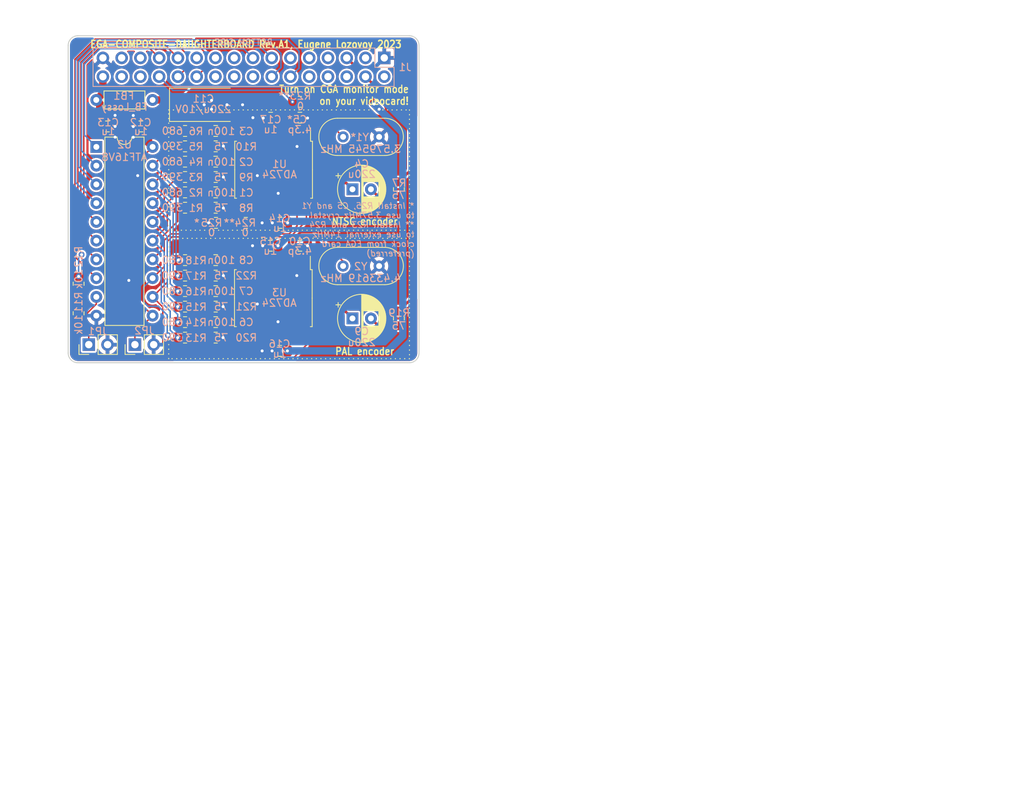
<source format=kicad_pcb>
(kicad_pcb (version 20221018) (generator pcbnew)
  (title_block (title "EGA-COMPOSITE-DAUGHTERBOARD") (date "2023-10-01") (rev "A1") (company "Eugene Lozovoy"))
  (layers (0 "F.Cu" signal) (31 "B.Cu" signal) (34 "B.Paste" user) (35 "F.Paste" user) (36 "B.SilkS" user "B.Silkscreen") (37 "F.SilkS" user "F.Silkscreen") (38 "B.Mask" user) (39 "F.Mask" user) (44 "Edge.Cuts" user))
  (net 0 "")
  (net 1 "GND")
  (net 2 "Net-(U3-RIN)")
  (net 3 "Net-(U3-GIN)")
  (net 4 "Net-(U3-BIN)")
  (net 5 "Net-(U3-COMP)")
  (net 6 "Net-(U3-FIN)")
  (net 8 "/HIN")
  (net 9 "/VIN")
  (net 10 "/R1")
  (net 11 "/R0")
  (net 12 "/G1")
  (net 13 "/G0")
  (net 14 "/PAL")
  (net 15 "/B1")
  (net 16 "/B0")
  (net 17 "/NTSC")
  (net 18 "/VSYNC")
  (net 19 "/HSYNC")
  (net 26 "+5VA")
  (net 29 "/G0_IN")
  (net 30 "/B0_IN")
  (net 31 "/R0_IN")
  (net 41 "/B1_IN")
  (net 42 "/G1_IN")
  (net 43 "/R1_IN")
  (net 45 "Net-(U1-RIN)")
  (net 46 "Net-(C1-Pad2)")
  (net 47 "Net-(U1-GIN)")
  (net 48 "Net-(C2-Pad2)")
  (net 49 "Net-(U1-BIN)")
  (net 50 "Net-(C3-Pad2)")
  (net 51 "Net-(U1-COMP)")
  (net 52 "Net-(C4-Pad2)")
  (net 53 "/14M")
  (net 54 "Net-(C6-Pad2)")
  (net 55 "Net-(C7-Pad2)")
  (net 56 "Net-(C8-Pad2)")
  (net 57 "Net-(C9-Pad2)")
  (net 61 "+5V")
  (net 62 "Net-(JP1-A)")
  (net 63 "Net-(JP2-A)")
  (net 64 "Net-(U1-SELECT)")
  (net 65 "Net-(U1-FIN)")
  (footprint "Resistor_SMD:R_0805_2012Metric_Pad1.20x1.40mm_HandSolder" (layer "F.Cu") (at 144.6625 118.3)
    (fp_text reference "R20")
    (fp_text value "75")
  )
  (footprint "Capacitor_SMD:C_0805_2012Metric_Pad1.18x1.45mm_HandSolder" (layer "F.Cu") (at 144.6625 90.3 180)
    (fp_text reference "C3")
    (fp_text value "100n")
  )
  (footprint "Capacitor_SMD:C_0805_2012Metric_Pad1.18x1.45mm_HandSolder" (layer "F.Cu") (at 156.0625 88.5)
    (fp_text reference "C5")
    (fp_text value "4.3p")
  )
  (footprint "Resistor_SMD:R_0805_2012Metric_Pad1.20x1.40mm_HandSolder" (layer "F.Cu") (at 140.5125 96.54)
    (fp_text reference "R3")
    (fp_text value "390")
  )
  (footprint "Package_SO:SOIC-16W_7.5x10.3mm_P1.27mm" (layer "F.Cu") (at 152.4675 112.95 -90)
    (fp_text reference "U3")
    (fp_text value "AD724")
  )
  (footprint "Capacitor_SMD:C_0805_2012Metric_Pad1.18x1.45mm_HandSolder" (layer "F.Cu") (at 144.6625 98.62 180)
    (fp_text reference "C1")
    (fp_text value "100n")
  )
  (footprint "Resistor_SMD:R_0805_2012Metric_Pad1.20x1.40mm_HandSolder" (layer "F.Cu") (at 126.1 111 -90)
    (fp_text reference "R12")
    (fp_text value "10k")
  )
  (footprint "Resistor_SMD:R_0805_2012Metric_Pad1.20x1.40mm_HandSolder" (layer "F.Cu") (at 140.5125 107.8)
    (fp_text reference "R18")
    (fp_text value "680")
  )
  (footprint "Resistor_SMD:R_0805_2012Metric_Pad1.20x1.40mm_HandSolder" (layer "F.Cu") (at 144.6625 96.54)
    (fp_text reference "R9")
    (fp_text value "75")
  )
  (footprint "Resistor_SMD:R_0805_2012Metric_Pad1.20x1.40mm_HandSolder" (layer "F.Cu") (at 126.1 115 -90)
    (fp_text reference "R11")
    (fp_text value "10k")
  )
  (footprint "Resistor_SMD:R_0805_2012Metric_Pad1.20x1.40mm_HandSolder" (layer "F.Cu") (at 140.5125 114.1)
    (fp_text reference "R15")
    (fp_text value "390")
  )
  (footprint "Resistor_SMD:R_0805_2012Metric_Pad1.20x1.40mm_HandSolder" (layer "F.Cu") (at 148.7375 102.75)
    (fp_text reference "R24")
    (fp_text value "0")
  )
  (footprint "Resistor_SMD:R_0805_2012Metric_Pad1.20x1.40mm_HandSolder" (layer "F.Cu") (at 140.5125 116.2)
    (fp_text reference "R14")
    (fp_text value "680")
  )
  (footprint "Capacitor_SMD:C_0805_2012Metric_Pad1.18x1.45mm_HandSolder" (layer "F.Cu") (at 144.6625 94.46 180)
    (fp_text reference "C2")
    (fp_text value "100n")
  )
  (footprint "Capacitor_SMD:C_0805_2012Metric_Pad1.18x1.45mm_HandSolder" (layer "F.Cu") (at 130 89.685 180)
    (fp_text reference "C13")
    (fp_text value "1u")
  )
  (footprint "Capacitor_THT:CP_Radial_D6.3mm_P2.50mm" (layer "F.Cu") (at 163.180121 98.2)
    (fp_text reference "C4")
    (fp_text value "220u")
  )
  (footprint "Capacitor_SMD:C_0805_2012Metric_Pad1.18x1.45mm_HandSolder" (layer "F.Cu") (at 144.6625 112 180)
    (fp_text reference "C7")
    (fp_text value "100n")
  )
  (footprint "Capacitor_SMD:C_0805_2012Metric_Pad1.18x1.45mm_HandSolder" (layer "F.Cu") (at 156.0625 105.85)
    (fp_text reference "C10")
    (fp_text value "4.3p")
  )
  (footprint "Resistor_SMD:R_0805_2012Metric_Pad1.20x1.40mm_HandSolder" (layer "F.Cu") (at 140.5125 100.7)
    (fp_text reference "R1")
    (fp_text value "390")
  )
  (footprint "Capacitor_SMD:C_0805_2012Metric_Pad1.18x1.45mm_HandSolder" (layer "F.Cu") (at 144.6625 116.2 180)
    (fp_text reference "C6")
    (fp_text value "100n")
  )
  (footprint "Resistor_SMD:R_0805_2012Metric_Pad1.20x1.40mm_HandSolder" (layer "F.Cu") (at 144.6625 109.9)
    (fp_text reference "R22")
    (fp_text value "75")
  )
  (footprint "Capacitor_SMD:C_0805_2012Metric_Pad1.18x1.45mm_HandSolder" (layer "F.Cu") (at 152.065 105.85)
    (fp_text reference "C15")
    (fp_text value "1u")
  )
  (footprint "Resistor_SMD:R_0805_2012Metric_Pad1.20x1.40mm_HandSolder" (layer "F.Cu") (at 169.4675 115.7 -90)
    (fp_text reference "R19")
    (fp_text value "75")
  )
  (footprint "Capacitor_THT:CP_Radial_D6.3mm_P2.50mm" (layer "F.Cu") (at 163.180121 115.7)
    (fp_text reference "C9")
    (fp_text value "220u")
  )
  (footprint "Resistor_SMD:R_0805_2012Metric_Pad1.20x1.40mm_HandSolder" (layer "F.Cu") (at 140.5125 118.3)
    (fp_text reference "R13")
    (fp_text value "390")
  )
  (footprint "Resistor_SMD:R_0805_2012Metric_Pad1.20x1.40mm_HandSolder" (layer "F.Cu") (at 140.5125 90.3)
    (fp_text reference "R6")
    (fp_text value "680")
  )
  (footprint "Capacitor_SMD:C_0805_2012Metric_Pad1.18x1.45mm_HandSolder" (layer "F.Cu") (at 153.3675 102.75)
    (fp_text reference "C14")
    (fp_text value "1u")
  )
  (footprint "Resistor_SMD:R_0805_2012Metric_Pad1.20x1.40mm_HandSolder" (layer "F.Cu") (at 140.5125 112)
    (fp_text reference "R16")
    (fp_text value "680")
  )
  (footprint "Package_DIP:DIP-20_W7.62mm" (layer "F.Cu") (at 128.5 92.46)
    (fp_text reference "U2")
    (fp_text value "ATF16V8")
  )
  (footprint "Inductor_THT:L_Axial_L5.3mm_D2.2mm_P7.62mm_Horizontal_Vishay_IM-1" (layer "F.Cu") (at 128.49 86.1)
    (fp_text reference "FB1")
    (fp_text value "FB_Lossy")
  )
  (footprint "Resistor_SMD:R_0805_2012Metric_Pad1.20x1.40mm_HandSolder" (layer "F.Cu") (at 140.5125 94.46)
    (fp_text reference "R4")
    (fp_text value "680")
  )
  (footprint "Resistor_SMD:R_0805_2012Metric_Pad1.20x1.40mm_HandSolder" (layer "F.Cu") (at 169.4675 98.2 -90)
    (fp_text reference "R7")
    (fp_text value "75")
  )
  (footprint "Resistor_SMD:R_0805_2012Metric_Pad1.20x1.40mm_HandSolder" (layer "F.Cu") (at 144.7 102.75)
    (fp_text reference "R25")
    (fp_text value "0")
  )
  (footprint "Connector_PinHeader_2.54mm:PinHeader_1x02_P2.54mm_Vertical" (layer "F.Cu") (at 133.725 119.25 90)
    (fp_text reference "JP2")
    (fp_text value "Jumper_2_Open")
  )
  (footprint "Capacitor_SMD:C_0805_2012Metric_Pad1.18x1.45mm_HandSolder" (layer "F.Cu") (at 134.5325 89.685)
    (fp_text reference "C12")
    (fp_text value "1u")
  )
  (footprint "Resistor_SMD:R_0805_2012Metric_Pad1.20x1.40mm_HandSolder" (layer "F.Cu") (at 144.6625 114.1)
    (fp_text reference "R21")
    (fp_text value "75")
  )
  (footprint "Resistor_SMD:R_0805_2012Metric_Pad1.20x1.40mm_HandSolder" (layer "F.Cu") (at 144.6625 100.7)
    (fp_text reference "R8")
    (fp_text value "75")
  )
  (footprint "Resistor_SMD:R_0805_2012Metric_Pad1.20x1.40mm_HandSolder" (layer "F.Cu") (at 140.5125 98.62)
    (fp_text reference "R2")
    (fp_text value "680")
  )
  (footprint "Connector_PinHeader_2.54mm:PinHeader_1x02_P2.54mm_Vertical" (layer "F.Cu") (at 127.475 119.25 90)
    (fp_text reference "JP1")
    (fp_text value "Jumper_2_Open")
  )
  (footprint "Crystal:Crystal_HC49-4H_Vertical" (layer "F.Cu") (at 161.9125 91.1)
    (fp_text reference "Y1")
    (fp_text value "3.579545 MHz")
  )
  (footprint "Capacitor_SMD:C_0805_2012Metric_Pad1.18x1.45mm_HandSolder" (layer "F.Cu") (at 153.335 120.1)
    (fp_text reference "C16")
    (fp_text value "1u")
  )
  (footprint "Resistor_SMD:R_0805_2012Metric_Pad1.20x1.40mm_HandSolder" (layer "F.Cu") (at 140.5125 109.9)
    (fp_text reference "R17")
    (fp_text value "390")
  )
  (footprint "Resistor_SMD:R_0805_2012Metric_Pad1.20x1.40mm_HandSolder" (layer "F.Cu") (at 140.5125 92.38)
    (fp_text reference "R5")
    (fp_text value "390")
  )
  (footprint "Capacitor_Tantalum_SMD:CP_EIA-7343-31_Kemet-D_Pad2.25x2.55mm_HandSolder" (layer "F.Cu") (at 142.99 86.75)
    (fp_text reference "C11")
    (fp_text value "220u/10V")
  )
  (footprint "Crystal:Crystal_HC49-4H_Vertical" (layer "F.Cu") (at 161.9125 108.6)
    (fp_text reference "Y2")
    (fp_text value "4.433619 MHz")
  )
  (footprint "Resistor_SMD:R_0805_2012Metric_Pad1.20x1.40mm_HandSolder" (layer "F.Cu") (at 144.6625 92.38)
    (fp_text reference "R10")
    (fp_text value "75")
  )
  (footprint "Resistor_SMD:R_0805_2012Metric_Pad1.20x1.40mm_HandSolder" (layer "F.Cu") (at 156.0625 86.35 180)
    (fp_text reference "R23")
    (fp_text value "0")
  )
  (footprint "Capacitor_SMD:C_0805_2012Metric_Pad1.18x1.45mm_HandSolder" (layer "F.Cu") (at 144.6625 107.8 180)
    (fp_text reference "C8")
    (fp_text value "100n")
  )
  (footprint "Capacitor_SMD:C_0805_2012Metric_Pad1.18x1.45mm_HandSolder" (layer "F.Cu") (at 152.0975 88.5)
    (fp_text reference "C17")
    (fp_text value "1u")
  )
  (footprint "Package_SO:SOIC-16W_7.5x10.3mm_P1.27mm" (layer "F.Cu") (at 152.5 95.55 -90)
    (fp_text reference "U1")
    (fp_text value "AD724")
  )
  (footprint "Connector_PinHeader_2.54mm:PinHeader_2x16_P2.54mm_Vertical" (layer "B.Cu") (at 167.4875 80.4 90)
    (fp_text reference "J1")
    (fp_text value "EGA Feature Connector")
  )
  (gr_rect (start 138.3 87.45) (end 170.9 103.75) (stroke (width 0.15) (type dot)) (fill none) (layer "F.SilkS"))
  (gr_rect (start 138.3 104.85) (end 170.9 121.15) (stroke (width 0.15) (type dot)) (fill none) (layer "F.SilkS"))
  (gr_arc (start 172.19 120.387561) (mid 171.810043 121.311191) (end 170.89012 121.7) (stroke (width 0.15)) (layer "Edge.Cuts"))
  (gr_line (start 170.877561 77.4) (end 125.989881 77.4) (stroke (width 0.15)) (layer "Edge.Cuts"))
  (gr_line (start 126.002439 121.7) (end 170.89012 121.7) (stroke (width 0.15)) (layer "Edge.Cuts"))
  (gr_line (start 124.690001 78.712439) (end 124.69 120.4) (stroke (width 0.15)) (layer "Edge.Cuts"))
  (gr_arc (start 126.002439 121.7) (mid 125.078809 121.320043) (end 124.690001 120.400121) (stroke (width 0.15)) (layer "Edge.Cuts"))
  (gr_line (start 172.19 120.387561) (end 172.19 78.69988) (stroke (width 0.15)) (layer "Edge.Cuts"))
  (gr_arc (start 170.877561 77.4) (mid 171.801191 77.779957) (end 172.19 78.69988) (stroke (width 0.15)) (layer "Edge.Cuts"))
  (gr_arc (start 124.690001 78.712439) (mid 125.069958 77.788809) (end 125.989881 77.4) (stroke (width 0.15)) (layer "Edge.Cuts"))
  (gr_text "* Install R25, C5 and Y1\nto use 3.57MHz crystal\n** Install R23 and R24 \nto use external 14MHz\nclock from EGA card\n(preferred)" (at 171.7 107.35) (layer "B.SilkS") (effects (font (size 0.8 0.8) (thickness 0.12) italic) (justify left bottom mirror)))
  (gr_text "BOTTOM SIDE" (at 152.446579 78.75) (layer "B.SilkS") (effects (font (size 0.8 0.8) (thickness 0.12)) (justify left bottom mirror)))
  (gr_text "PAL encoder" (at 160.765476 120.75) (layer "F.SilkS") (effects (font (size 1 0.85) (thickness 0.17) bold) (justify left bottom)))
  (gr_text "Turn on CGA monitor mode\non your videocard!" (at 170.9 84.05) (layer "F.SilkS") (effects (font (size 1 0.85) (thickness 0.17) bold) (justify right top)))
  (gr_text "${TITLE} Rev.${REVISION}, ${COMPANY} 2023" (at 127.575864 79.15) (layer "F.SilkS") (effects (font (size 1 0.85) (thickness 0.2) bold) (justify left bottom)))
  (gr_text "NTSC encoder" (at 160.3 103.15) (layer "F.SilkS") (effects (font (size 1 0.85) (thickness 0.17) bold) (justify left bottom)))
  (segment (start 153.135 98.76) (end 153.125 98.75) (width 0.5) (layer "F.Cu") (net 1))
  (segment (start 145.67 92.38) (end 145.7 92.35) (width 0.35) (layer "F.Cu") (net 1))
  (segment (start 145.69 96.54) (end 145.7 96.55) (width 0.35) (layer "F.Cu") (net 1))
  (segment (start 145.6625 118.3) (end 145.65 118.3) (width 0.35) (layer "F.Cu") (net 1))
  (segment (start 153.135 101.945) (end 152.33 102.75) (width 0.5) (layer "F.Cu") (net 1))
  (segment (start 153.1025 119.295) (end 152.2975 120.1) (width 0.5) (layer "F.Cu") (net 1))
  (segment (start 157.1 88.5) (end 157.1 88.55) (width 0.5) (layer "F.Cu") (net 1))
  (segment (start 156.9125 108.3) (end 155.6425 108.3) (width 0.2) (layer "F.Cu") (net 1))
  (segment (start 129.3875 80.4) (end 130.6375 81.65) (width 0.5) (layer "F.Cu") (net 1))
  (segment (start 151.8325 117.6) (end 153.1025 117.6) (width 0.2) (layer "F.Cu") (net 1))
  (segment (start 157.1 88.5) (end 155.675 89.925) (width 0.5) (layer "F.Cu") (net 1))
  (segment (start 151.06 88.51) (end 151.1 88.55) (width 0.5) (layer "F.Cu") (net 1))
  (segment (start 155.6425 107.3075) (end 157.1 105.85) (width 0.5) (layer "F.Cu") (net 1))
  (segment (start 153.1025 117.6) (end 153.1025 116.1525) (width 0.5) (layer "F.Cu") (net 1))
  (segment (start 151.06 88.5) (end 151.06 88.51) (width 0.5) (layer "F.Cu") (net 1))
  (segment (start 145.6625 96.54) (end 145.69 96.54) (width 0.35) (layer "F.Cu") (net 1))
  (segment (start 151.0275 105.85) (end 151.025 105.85) (width 0.5) (layer "F.Cu") (net 1))
  (segment (start 145.6625 100.7125) (end 145.7 100.75) (width 0.35) (layer "F.Cu") (net 1))
  (segment (start 155.6425 109.8925) (end 155.6425 108.3) (width 0.5) (layer "F.Cu") (net 1))
  (segment (start 145.6625 109.9) (end 145.7 109.9) (width 0.35) (layer "F.Cu") (net 1))
  (segment (start 153.1025 116.1525) (end 153.1 116.15) (width 0.5) (layer "F.Cu") (net 1))
  (segment (start 155.675 92.4) (end 155.675 90.9) (width 0.5) (layer "F.Cu") (net 1))
  (segment (start 153.1025 117.6) (end 153.1025 119.295) (width 0.5) (layer "F.Cu") (net 1))
  (segment (start 155.6425 108.3) (end 155.6425 107.3075) (width 0.5) (layer "F.Cu") (net 1))
  (segment (start 153.135 100.2) (end 153.135 101.945) (width 0.5) (layer "F.Cu") (net 1))
  (segment (start 145.6625 100.7) (end 145.6625 100.7125) (width 0.35) (layer "F.Cu") (net 1))
  (segment (start 145.6625 92.38) (end 145.67 92.38) (width 0.35) (layer "F.Cu") (net 1))
  (segment (start 129.3875 80.4) (end 128.1375 81.65) (width 0.5) (layer "F.Cu") (net 1))
  (segment (start 153.135 100.2) (end 153.135 98.76) (width 0.5) (layer "F.Cu") (net 1))
  (segment (start 155.675 89.925) (end 155.675 90.9) (width 0.5) (layer "F.Cu") (net 1))
  (via (at 145.7 92.35) (size 0.8) (drill 0.4) (layers "F.Cu" "B.Cu") (net 1))
  (via (at 145.6625 114.1) (size 0.8) (drill 0.4) (layers "F.Cu" "B.Cu") (net 1))
  (via (at 144.1 86.15) (size 0.8) (drill 0.4) (layers "F.Cu" "B.Cu") (net 1))
  (via (at 150.3 113.75) (size 0.8) (drill 0.4) (layers "F.Cu" "B.Cu") (net 1))
  (via (at 134.1 96.35) (size 0.8) (drill 0.4) (layers "F.Cu" "B.Cu") (net 1))
  (via (at 133.5 91.15) (size 0.8) (drill 0.4) (layers "F.Cu" "B.Cu") (net 1))
  (via (at 145.7 96.55) (size 0.8) (drill 0.4) (layers "F.Cu" "B.Cu") (net 1))
  (via (at 131.0375 91.135) (size 0.8) (drill 0.4) (layers "F.Cu" "B.Cu") (net 1))
  (via (at 133.5 89.7) (size 0.8) (drill 0.4) (layers "F.Cu" "B.Cu") (net 1))
  (via (at 149.65 105.85) (size 0.8) (drill 0.4) (layers "F.Cu" "B.Cu") (net 1))
  (via (at 131.0375 89.685) (size 0.8) (drill 0.4) (layers "F.Cu" "B.Cu") (net 1))
  (via (at 145.7 109.9) (size 0.8) (drill 0.4) (layers "F.Cu" "B.Cu") (net 1))
  (via (at 133.5 88.2) (size 0.8) (drill 0.4) (layers "F.Cu" "B.Cu") (net 1))
  (via (at 131.0375 88.185) (size 0.8) (drill 0.4) (layers "F.Cu" "B.Cu") (net 1))
  (via (at 143.7 102.75) (size 0.8) (drill 0.4) (layers "F.Cu" "B.Cu") (net 1))
  (via (at 151.1 88.55) (size 0.8) (drill 0.4) (layers "F.Cu" "B.Cu") (net 1))
  (via (at 149.7 88.5) (size 0.8) (drill 0.4) (layers "F.Cu" "B.Cu") (net 1))
  (via (at 145.65 118.3) (size 0.8) (drill 0.4) (layers "F.Cu" "B.Cu") (net 1))
  (via (at 148.3 86.75) (size 0.8) (drill 0.4) (layers "F.Cu" "B.Cu") (net 1))
  (via (at 157.1 88.55) (size 0.8) (drill 0.4) (layers "F.Cu" "B.Cu") (net 1))
  (via (at 153.1 116.15) (size 0.8) (drill 0.4) (layers "F.Cu" "B.Cu") (net 1))
  (via (at 155.675 92.4) (size 0.8) (drill 0.4) (layers "F.Cu" "B.Cu") (net 1))
  (via (at 150.95 102.75) (size 0.8) (drill 0.4) (layers "F.Cu" "B.Cu") (net 1))
  (via (at 155.6425 109.8925) (size 0.8) (drill 0.4) (layers "F.Cu" "B.Cu") (net 1))
  (via (at 145.7 100.75) (size 0.8) (drill 0.4) (layers "F.Cu" "B.Cu") (net 1))
  (via (at 150.3 96.35) (size 0.8) (drill 0.4) (layers "F.Cu" "B.Cu") (net 1))
  (via (at 146.19 86.75) (size 0.8) (drill 0.4) (layers "F.Cu" "B.Cu") (net 1))
  (via (at 144.1 87.35) (size 0.8) (drill 0.4) (layers "F.Cu" "B.Cu") (net 1))
  (via (at 157.1 105.85) (size 0.8) (drill 0.4) (layers "F.Cu" "B.Cu") (net 1))
  (via (at 152.33 102.75) (size 0.8) (drill 0.4) (layers "F.Cu" "B.Cu") (net 1))
  (via (at 151.025 105.85) (size 0.8) (drill 0.4) (layers "F.Cu" "B.Cu") (net 1))
  (via (at 143.1 86.75) (size 0.8) (drill 0.4) (layers "F.Cu" "B.Cu") (net 1))
  (via (at 152.2975 120.1) (size 0.8) (drill 0.4) (layers "F.Cu" "B.Cu") (net 1))
  (via (at 153.125 98.75) (size 0.8) (drill 0.4) (layers "F.Cu" "B.Cu") (net 1))
  (via (at 132.9 110.55) (size 0.8) (drill 0.4) (layers "F.Cu" "B.Cu") (net 1))
  (via (at 150.95 120.1) (size 0.8) (drill 0.4) (layers "F.Cu" "B.Cu") (net 1))
  (segment (start 129.3875 80.4) (end 130.5375 81.55) (width 0.5) (layer "B.Cu") (net 1))
  (segment (start 167.4875 80.4) (end 166.1375 81.75) (width 0.5) (layer "B.Cu") (net 1))
  (segment (start 129.3875 80.4) (end 128.1375 81.65) (width 0.5) (layer "B.Cu") (net 1))
  (segment (start 145.7 116.2) (end 150.5625 111.3375) (width 0.35) (layer "F.Cu") (net 2))
  (segment (start 150.5625 111.3375) (end 150.5625 108.3) (width 0.35) (layer "F.Cu") (net 2))
  (segment (start 145.7 112) (end 147.05 112) (width 0.35) (layer "F.Cu") (net 3))
  (segment (start 149.2925 109.7575) (end 149.2925 108.3) (width 0.35) (layer "F.Cu") (net 3))
  (segment (start 147.05 112) (end 149.2925 109.7575) (width 0.35) (layer "F.Cu") (net 3))
  (segment (start 146.55 107.8) (end 147.05 108.3) (width 0.35) (layer "F.Cu") (net 4))
  (segment (start 147.05 108.3) (end 148.0225 108.3) (width 0.35) (layer "F.Cu") (net 4))
  (segment (start 145.7 107.8) (end 146.55 107.8) (width 0.35) (layer "F.Cu") (net 4))
  (segment (start 151.645038 114.75) (end 162.230121 114.75) (width 0.35) (layer "F.Cu") (net 5))
  (segment (start 149.2925 117.102538) (end 151.645038 114.75) (width 0.35) (layer "F.Cu") (net 5))
  (segment (start 162.230121 114.75) (end 163.180121 115.7) (width 0.35) (layer "F.Cu") (net 5))
  (segment (start 149.2925 117.6) (end 149.2925 117.102538) (width 0.35) (layer "F.Cu") (net 5))
  (segment (start 155.025 105.85) (end 156.325 104.55) (width 0.2) (layer "F.Cu") (net 6))
  (segment (start 156.325 104.55) (end 158.5 104.55) (width 0.2) (layer "F.Cu") (net 6))
  (segment (start 155.025 105.85) (end 154.3725 106.5025) (width 0.2) (layer "F.Cu") (net 6))
  (segment (start 161.9125 107.9625) (end 161.9125 108.6) (width 0.2) (layer "F.Cu") (net 6))
  (segment (start 154.3725 106.5025) (end 154.3725 108.3) (width 0.2) (layer "F.Cu") (net 6))
  (segment (start 158.5 104.55) (end 161.9125 107.9625) (width 0.2) (layer "F.Cu") (net 6))
  (segment (start 126 105.2) (end 128.5 107.7) (width 0.2) (layer "F.Cu") (net 8))
  (segment (start 126 80.75) (end 126 105.2) (width 0.2) (layer "F.Cu") (net 8))
  (segment (start 128.5 78.25) (end 126 80.75) (width 0.2) (layer "F.Cu") (net 8))
  (segment (start 139.5475 82.94) (end 140.8 81.6875) (width 0.2) (layer "F.Cu") (net 8))
  (segment (start 140.8 79.95) (end 139.1 78.25) (width 0.2) (layer "F.Cu") (net 8))
  (segment (start 140.8 81.6875) (end 140.8 79.95) (width 0.2) (layer "F.Cu") (net 8))
  (segment (start 139.1 78.25) (end 128.5 78.25) (width 0.2) (layer "F.Cu") (net 8))
  (segment (start 126.8 81.15) (end 126.8 100.92) (width 0.2) (layer "F.Cu") (net 9))
  (segment (start 135.6575 79.05) (end 128.9 79.05) (width 0.2) (layer "F.Cu") (net 9))
  (segment (start 126.8 100.92) (end 128.5 102.62) (width 0.2) (layer "F.Cu") (net 9))
  (segment (start 128.9 79.05) (end 126.8 81.15) (width 0.2) (layer "F.Cu") (net 9))
  (segment (start 137.0075 80.4) (end 135.6575 79.05) (width 0.2) (layer "F.Cu") (net 9))
  (segment (start 137.3 104.75) (end 137.3 106.52) (width 0.2) (layer "F.Cu") (net 10))
  (segment (start 139.5125 100.7) (end 139.5125 102.5375) (width 0.2) (layer "F.Cu") (net 10))
  (segment (start 139.5125 102.5375) (end 137.3 104.75) (width 0.2) (layer "F.Cu") (net 10))
  (segment (start 137.3 106.52) (end 136.12 107.7) (width 0.2) (layer "F.Cu") (net 10))
  (via (at 139.5125 118.3) (size 0.8) (drill 0.4) (layers "F.Cu" "B.Cu") (net 10))
  (segment (start 137.3 113.515686) (end 138.5 114.715686) (width 0.2) (layer "B.Cu") (net 10))
  (segment (start 138.5 117.2875) (end 139.5125 118.3) (width 0.2) (layer "B.Cu") (net 10))
  (segment (start 136.12 107.7) (end 137.3 108.88) (width 0.2) (layer "B.Cu") (net 10))
  (segment (start 138.5 114.715686) (end 138.5 117.2875) (width 0.2) (layer "B.Cu") (net 10))
  (segment (start 137.3 108.88) (end 137.3 113.515686) (width 0.2) (layer "B.Cu") (net 10))
  (segment (start 139.5125 98.62) (end 138.1 100.0325) (width 0.2) (layer "F.Cu") (net 11))
  (segment (start 138.1 100.0325) (end 138.1 103.18) (width 0.2) (layer "F.Cu") (net 11))
  (segment (start 138.1 103.18) (end 136.12 105.16) (width 0.2) (layer "F.Cu") (net 11))
  (via (at 139.5125 116.2) (size 0.8) (drill 0.4) (layers "F.Cu" "B.Cu") (net 11))
  (segment (start 137.7 106.74) (end 137.7 113.35) (width 0.2) (layer "B.Cu") (net 11))
  (segment (start 139.5125 115.1625) (end 139.5125 116.2) (width 0.2) (layer "B.Cu") (net 11))
  (segment (start 136.12 105.16) (end 137.7 106.74) (width 0.2) (layer "B.Cu") (net 11))
  (segment (start 137.7 113.35) (end 139.5125 115.1625) (width 0.2) (layer "B.Cu") (net 11))
  (segment (start 139.5125 96.54) (end 137.7 98.3525) (width 0.2) (layer "F.Cu") (net 12))
  (segment (start 137.7 98.3525) (end 137.7 101.04) (width 0.2) (layer "F.Cu") (net 12))
  (segment (start 137.7 101.04) (end 136.12 102.62) (width 0.2) (layer "F.Cu") (net 12))
  (via (at 139.5125 114.1) (size 0.8) (drill 0.4) (layers "F.Cu" "B.Cu") (net 12))
  (segment (start 138.1 104.6) (end 138.1 112.6875) (width 0.2) (layer "B.Cu") (net 12))
  (segment (start 136.12 102.62) (end 138.1 104.6) (width 0.2) (layer "B.Cu") (net 12))
  (segment (start 138.1 112.6875) (end 139.5125 114.1) (width 0.2) (layer "B.Cu") (net 12))
  (segment (start 139.5125 94.713186) (end 137.3 96.925686) (width 0.2) (layer "F.Cu") (net 13))
  (segment (start 137.3 96.925686) (end 137.3 98.9) (width 0.2) (layer "F.Cu") (net 13))
  (segment (start 137.3 98.9) (end 136.12 100.08) (width 0.2) (layer "F.Cu") (net 13))
  (segment (start 139.5125 94.46) (end 139.5125 94.713186) (width 0.2) (layer "F.Cu") (net 13))
  (via (at 139.5125 112) (size 0.8) (drill 0.4) (layers "F.Cu" "B.Cu") (net 13))
  (segment (start 138.5 110.9875) (end 139.5125 112) (width 0.2) (layer "B.Cu") (net 13))
  (segment (start 138.5 102.46) (end 138.5 110.9875) (width 0.2) (layer "B.Cu") (net 13))
  (segment (start 136.12 100.08) (end 138.5 102.46) (width 0.2) (layer "B.Cu") (net 13))
  (segment (start 171.5 112.6675) (end 169.4675 114.7) (width 0.35) (layer "F.Cu") (net 14))
  (segment (start 171.55 95.895317) (end 171.5 95.945317) (width 0.35) (layer "F.Cu") (net 14))
  (segment (start 163.6575 81.65) (end 165.479912 81.65) (width 0.35) (layer "F.Cu") (net 14))
  (segment (start 165.479912 81.65) (end 166.225 82.395088) (width 0.35) (layer "F.Cu") (net 14))
  (segment (start 162.4075 80.4) (end 163.6575 81.65) (width 0.35) (layer "F.Cu") (net 14))
  (segment (start 171.5 95.945317) (end 171.5 112.6675) (width 0.35) (layer "F.Cu") (net 14))
  (segment (start 166.225 83.439683) (end 171.55 88.764683) (width 0.35) (layer "F.Cu") (net 14))
  (segment (start 171.55 88.764683) (end 171.55 95.895317) (width 0.35) (layer "F.Cu") (net 14))
  (segment (start 166.225 82.395088) (end 166.225 83.439683) (width 0.35) (layer "F.Cu") (net 14))
  (segment (start 137.3 96.36) (end 136.12 97.54) (width 0.2) (layer "F.Cu") (net 15))
  (segment (start 137.3 94.5925) (end 137.3 96.36) (width 0.2) (layer "F.Cu") (net 15))
  (segment (start 139.5125 92.38) (end 137.3 94.5925) (width 0.2) (layer "F.Cu") (net 15))
  (via (at 139.5125 109.9) (size 0.8) (drill 0.4) (layers "F.Cu" "B.Cu") (net 15))
  (segment (start 138.9 100.32) (end 138.9 109.2875) (width 0.2) (layer "B.Cu") (net 15))
  (segment (start 136.12 97.54) (end 138.9 100.32) (width 0.2) (layer "B.Cu") (net 15))
  (segment (start 138.9 109.2875) (end 139.5125 109.9) (width 0.2) (layer "B.Cu") (net 15))
  (segment (start 137.3 93.82) (end 136.12 95) (width 0.2) (layer "F.Cu") (net 16))
  (segment (start 137.3 92.5125) (end 137.3 93.82) (width 0.2) (layer "F.Cu") (net 16))
  (segment (start 139.5125 90.3) (end 137.3 92.5125) (width 0.2) (layer "F.Cu") (net 16))
  (via (at 139.5995 107.8) (size 0.8) (drill 0.4) (layers "F.Cu" "B.Cu") (net 16))
  (segment (start 139.3 107.5005) (end 139.3 98.18) (width 0.2) (layer "B.Cu") (net 16))
  (segment (start 139.3 98.18) (end 136.12 95) (width 0.2) (layer "B.Cu") (net 16))
  (segment (start 139.5995 107.8) (end 139.3 107.5005) (width 0.2) (layer "B.Cu") (net 16))
  (segment (start 171 88.9925) (end 164.9475 82.94) (width 0.35) (layer "F.Cu") (net 17))
  (segment (start 169.4675 97.2) (end 171 95.6675) (width 0.35) (layer "F.Cu") (net 17))
  (segment (start 171 95.6675) (end 171 88.9925) (width 0.35) (layer "F.Cu") (net 17))
  (segment (start 154.6 104.25) (end 155.675 103.175) (width 0.2) (layer "F.Cu") (net 18))
  (segment (start 151.1625 116.608604) (end 152.321104 115.45) (width 0.2) (layer "F.Cu") (net 18))
  (segment (start 138.199058 119.183372) (end 139.765686 120.75) (width 0.2) (layer "F.Cu") (net 18))
  (segment (start 149.073896 120.75) (end 151.1625 118.661396) (width 0.2) (layer "F.Cu") (net 18))
  (segment (start 155.675 103.175) (end 155.675 100.2) (width 0.2) (layer "F.Cu") (net 18))
  (segment (start 138.569559 104.25) (end 154.6 104.25) (width 0.2) (layer "F.Cu") (net 18))
  (segment (start 137.7 108.66) (end 137.7 105.119558) (width 0.2) (layer "F.Cu") (net 18))
  (segment (start 139.765686 120.75) (end 149.073896 120.75) (width 0.2) (layer "F.Cu") (net 18))
  (segment (start 151.1625 118.661396) (end 151.1625 116.608604) (width 0.2) (layer "F.Cu") (net 18))
  (segment (start 136.12 110.24) (end 137.7 108.66) (width 0.2) (layer "F.Cu") (net 18))
  (segment (start 137.7 105.119558) (end 138.569559 104.25) (width 0.2) (layer "F.Cu") (net 18))
  (segment (start 154.449582 115.45) (end 155.6425 116.642918) (width 0.2) (layer "F.Cu") (net 18))
  (segment (start 155.6425 116.642918) (end 155.6425 117.6) (width 0.2) (layer "F.Cu") (net 18))
  (segment (start 152.321104 115.45) (end 154.449582 115.45) (width 0.2) (layer "F.Cu") (net 18))
  (segment (start 138.199058 117.975802) (end 138.199058 119.183372) (width 0.2) (layer "F.Cu") (net 18))
  (via (at 138.199058 117.975802) (size 0.8) (drill 0.4) (layers "F.Cu" "B.Cu") (net 18))
  (segment (start 138.1 117.876744) (end 138.1 115.25) (width 0.2) (layer "B.Cu") (net 18))
  (segment (start 138.199058 117.975802) (end 138.1 117.876744) (width 0.2) (layer "B.Cu") (net 18))
  (segment (start 138.1 115.25) (end 136.9 114.05) (width 0.2) (layer "B.Cu") (net 18))
  (segment (start 135.5 114.05) (end 134.9 113.45) (width 0.2) (layer "B.Cu") (net 18))
  (segment (start 134.9 113.45) (end 134.9 111.46) (width 0.2) (layer "B.Cu") (net 18))
  (segment (start 136.9 114.05) (end 135.5 114.05) (width 0.2) (layer "B.Cu") (net 18))
  (segment (start 134.9 111.46) (end 136.12 110.24) (width 0.2) (layer "B.Cu") (net 18))
  (segment (start 154.765685 104.65) (end 138.735244 104.65) (width 0.2) (layer "F.Cu") (net 19))
  (segment (start 137.499058 119.249058) (end 137.499058 114.159058) (width 0.2) (layer "F.Cu") (net 19))
  (segment (start 138.1 105.285244) (end 138.1 110.8) (width 0.2) (layer "F.Cu") (net 19))
  (segment (start 139.4 121.15) (end 137.499058 119.249058) (width 0.2) (layer "F.Cu") (net 19))
  (segment (start 156.9125 117.6) (end 156.9125 119.3375) (width 0.2) (layer "F.Cu") (net 19))
  (segment (start 137.499058 114.159058) (end 136.12 112.78) (width 0.2) (layer "F.Cu") (net 19))
  (segment (start 138.735244 104.65) (end 138.1 105.285244) (width 0.2) (layer "F.Cu") (net 19))
  (segment (start 138.1 110.8) (end 136.12 112.78) (width 0.2) (layer "F.Cu") (net 19))
  (segment (start 156.9125 119.3375) (end 155.1 121.15) (width 0.2) (layer "F.Cu") (net 19))
  (segment (start 155.1 121.15) (end 139.4 121.15) (width 0.2) (layer "F.Cu") (net 19))
  (segment (start 156.945 100.2) (end 156.945 102.470685) (width 0.2) (layer "F.Cu") (net 19))
  (segment (start 156.945 102.470685) (end 154.765685 104.65) (width 0.2) (layer "F.Cu") (net 19))
  (segment (start 132.5 105.55) (end 132.5 96.08) (width 0.2) (layer "F.Cu") (net 26))
  (segment (start 153.9 93.35) (end 156.3 93.35) (width 0.35) (layer "F.Cu") (net 26))
  (segment (start 153.135 90.9) (end 153.135 92.585) (width 0.35) (layer "F.Cu") (net 26))
  (segment (start 156.945 92.705) (end 156.945 90.9) (width 0.35) (layer "F.Cu") (net 26))
  (segment (start 151.8325 108.3) (end 153.1025 108.3) (width 0.35) (layer "F.Cu") (net 26))
  (segment (start 149.7375 102.75) (end 150.7625 103.775) (width 0.2) (layer "F.Cu") (net 26))
  (segment (start 125.1 113) (end 126.1 114) (width 0.2) (layer "F.Cu") (net 26))
  (segment (start 135.57 89.685) (end 136.855 89.685) (width 1) (layer "F.Cu") (net 26))
  (segment (start 136.11 86.1) (end 139.14 86.1) (width 1) (layer "F.Cu") (net 26))
  (segment (start 126.5 107.552818) (end 127.897182 108.95) (width 0.2) (layer "F.Cu") (net 26))
  (segment (start 132.5 96.08) (end 136.12 92.46) (width 0.2) (layer "F.Cu") (net 26))
  (segment (start 135.57 91.91) (end 136.12 92.46) (width 1) (layer "F.Cu") (net 26))
  (segment (start 164.225 84.775) (end 141.765 84.775) (width 1) (layer "F.Cu") (net 26))
  (segment (start 153.38 103.775) (end 154.405 102.75) (width 0.2) (layer "F.Cu") (net 26))
  (segment (start 153.135 84.775) (end 153.135 88.5) (width 1) (layer "F.Cu") (net 26))
  (segment (start 129.1 108.95) (end 132.5 105.55) (width 0.2) (layer "F.Cu") (net 26))
  (segment (start 125.1 111) (end 125.1 113) (width 0.2) (layer "F.Cu") (net 26))
  (segment (start 150.7625 103.775) (end 153.38 103.775) (width 0.2) (layer "F.Cu") (net 26))
  (segment (start 156.3 93.35) (end 156.945 92.705) (width 0.35) (layer "F.Cu") (net 26))
  (segment (start 153.135 92.585) (end 153.9 93.35) (width 0.35) (layer "F.Cu") (net 26))
  (segment (start 154.3725 117.6) (end 154.3725 120.1) (width 0.5) (layer "F.Cu") (net 26))
  (segment (start 154.405 100.2) (end 154.405 102.75) (width 0.5) (layer "F.Cu") (net 26))
  (segment (start 153.1025 105.85) (end 153.1025 108.3) (width 0.5) (layer "F.Cu") (net 26))
  (segment (start 126.1 110) (end 125.1 111) (width 0.2) (layer "F.Cu") (net 26))
  (segment (start 153.135 88.5) (end 153.135 90.9) (width 0.5) (layer "F.Cu") (net 26))
  (segment (start 141.765 84.775) (end 139.79 86.75) (width 1) (layer "F.Cu") (net 26))
  (segment (start 151.865 90.9) (end 153.135 90.9) (width 0.35) (layer "F.Cu") (net 26))
  (segment (start 135.57 89.685) (end 135.57 91.91) (width 1) (layer "F.Cu") (net 26))
  (segment (start 136.855 89.685) (end 139.79 86.75) (width 1) (layer "F.Cu") (net 26))
  (segment (start 127.897182 108.95) (end 129.1 108.95) (width 0.2) (layer "F.Cu") (net 26))
  (segment (start 166.8 87.35) (end 164.225 84.775) (width 1) (layer "F.Cu") (net 26))
  (segment (start 126.5 107.05) (end 126.5 107.552818) (width 0.2) (layer "F.Cu") (net 26))
  (segment (start 139.14 86.1) (end 139.79 86.75) (width 1) (layer "F.Cu") (net 26))
  (via (at 154.405 102.75) (size 0.8) (drill 0.4) (layers "F.Cu" "B.Cu") (net 26))
  (via (at 166.1 86.65) (size 0.8) (drill 0.4) (layers "F.Cu" "B.Cu") (net 26))
  (via (at 153.1025 105.85) (size 0.8) (drill 0.4) (layers "F.Cu" "B.Cu") (net 26))
  (via (at 126.1 110) (size 0.8) (drill 0.4) (layers "F.Cu" "B.Cu") (net 26))
  (via (at 126.5 107.05) (size 0.8) (drill 0.4) (layers "F.Cu" "B.Cu") (net 26))
  (via (at 166.8 87.35) (size 0.8) (drill 0.4) (layers "F.Cu" "B.Cu") (net 26))
  (via (at 154.3725 120.1) (size 0.8) (drill 0.4) (layers "F.Cu" "B.Cu") (net 26))
  (segment (start 166.1 86.65) (end 170 90.55) (width 1) (layer "B.Cu") (net 26))
  (segment (start 154.2025 104.75) (end 170 104.75) (width 1) (layer "B.Cu") (net 26))
  (segment (start 126.5 107.05) (end 126.1 107.45) (width 0.2) (layer "B.Cu") (net 26))
  (segment (start 153.1025 105.85) (end 154.2025 104.75) (width 1) (layer "B.Cu") (net 26))
  (segment (start 126.1 107.45) (end 126.1 110) (width 0.2) (layer "B.Cu") (net 26))
  (segment (start 168 120.1) (end 154.3725 120.1) (width 1) (layer "B.Cu") (net 26))
  (segment (start 170 104.75) (end 170 118.1) (width 1) (layer "B.Cu") (net 26))
  (segment (start 154.405 102.55) (end 170 102.55) (width 1) (layer "B.Cu") (net 26))
  (segment (start 170 90.55) (end 170 102.55) (width 1) (layer "B.Cu") (net 26))
  (segment (start 170 102.55) (end 170 104.75) (width 1) (layer "B.Cu") (net 26))
  (segment (start 170 118.1) (end 168 120.1) (width 1) (layer "B.Cu") (net 26))
  (segment (start 125.6 107.34) (end 128.5 110.24) (width 0.2) (layer "F.Cu") (net 29))
  (segment (start 125.6 80.584314) (end 125.6 107.34) (width 0.2) (layer "F.Cu") (net 29))
  (segment (start 141.4 77.85) (end 128.334314 77.85) (width 0.2) (layer "F.Cu") (net 29))
  (segment (start 143.4 79.85) (end 141.4 77.85) (width 0.2) (layer "F.Cu") (net 29))
  (segment (start 143.4 81.6275) (end 143.4 79.85) (width 0.2) (layer "F.Cu") (net 29))
  (segment (start 142.0875 82.94) (end 143.4 81.6275) (width 0.2) (layer "F.Cu") (net 29))
  (segment (start 128.334314 77.85) (end 125.6 80.584314) (width 0.2) (layer "F.Cu") (net 29))
  (segment (start 137.7975 78.65) (end 128.734314 78.65) (width 0.2) (layer "F.Cu") (net 30))
  (segment (start 139.5475 80.4) (end 137.7975 78.65) (width 0.2) (layer "F.Cu") (net 30))
  (segment (start 128.734314 78.65) (end 126.4 80.984314) (width 0.2) (layer "F.Cu") (net 30))
  (segment (start 126.4 80.984314) (end 126.4 103.06) (width 0.2) (layer "F.Cu") (net 30))
  (segment (start 126.4 103.06) (end 128.5 105.16) (width 0.2) (layer "F.Cu") (net 30))
  (segment (start 152.2475 80.4) (end 150.5975 78.75) (width 0.2) (layer "B.Cu") (net 31))
  (segment (start 126.5 81.095469) (end 126.5 93) (width 0.2) (layer "B.Cu") (net 31))
  (segment (start 126.5 93) (end 128.5 95) (width 0.2) (layer "B.Cu") (net 31))
  (segment (start 150.5975 78.75) (end 128.845469 78.75) (width 0.2) (layer "B.Cu") (net 31))
  (segment (start 128.845469 78.75) (end 126.5 81.095469) (width 0.2) (layer "B.Cu") (net 31))
  (segment (start 128.679784 78.35) (end 126.1 80.929784) (width 0.2) (layer "B.Cu") (net 41))
  (segment (start 126.1 95.14) (end 128.5 97.54) (width 0.2) (layer "B.Cu") (net 41))
  (segment (start 152.061923 78.35) (end 128.679784 78.35) (width 0.2) (layer "B.Cu") (net 41))
  (segment (start 153.5 79.788077) (end 152.061923 78.35) (width 0.2) (layer "B.Cu") (net 41))
  (segment (start 152.2475 82.94) (end 153.5 81.6875) (width 0.2) (layer "B.Cu") (net 41))
  (segment (start 126.1 80.929784) (end 126.1 95.14) (width 0.2) (layer "B.Cu") (net 41))
  (segment (start 153.5 81.6875) (end 153.5 79.788077) (width 0.2) (layer "B.Cu") (net 41))
  (segment (start 125.7 80.764096) (end 125.7 97.28) (width 0.2) (layer "B.Cu") (net 42))
  (segment (start 154.7875 82.94) (end 155.9375 81.79) (width 0.2) (layer "B.Cu") (net 42))
  (segment (start 155.9375 81.79) (end 155.9375 79.4875) (width 0.2) (layer "B.Cu") (net 42))
  (segment (start 155.9375 79.4875) (end 154.4 77.95) (width 0.2) (layer "B.Cu") (net 42))
  (segment (start 154.4 77.95) (end 128.514096 77.95) (width 0.2) (layer "B.Cu") (net 42))
  (segment (start 125.7 97.28) (end 128.5 100.08) (width 0.2) (layer "B.Cu") (net 42))
  (segment (start 128.514096 77.95) (end 125.7 80.764096) (width 0.2) (layer "B.Cu") (net 42))
  (segment (start 129.011154 79.15) (end 126.9 81.261154) (width 0.2) (layer "B.Cu") (net 43))
  (segment (start 148.4575 79.15) (end 129.011154 79.15) (width 0.2) (layer "B.Cu") (net 43))
  (segment (start 149.7075 80.4) (end 148.4575 79.15) (width 0.2) (layer "B.Cu") (net 43))
  (segment (start 126.9 81.261154) (end 126.9 90.86) (width 0.2) (layer "B.Cu") (net 43))
  (segment (start 126.9 90.86) (end 128.5 92.46) (width 0.2) (layer "B.Cu") (net 43))
  (segment (start 150.595 90.9) (end 150.595 93.725) (width 0.35) (layer "F.Cu") (net 45))
  (segment (start 150.595 93.725) (end 145.7 98.62) (width 0.35) (layer "F.Cu") (net 45))
  (segment (start 143.625 100.6625) (end 143.6625 100.7) (width 0.35) (layer "F.Cu") (net 46))
  (segment (start 141.5125 98.62) (end 141.5125 100.7) (width 0.35) (layer "F.Cu") (net 46))
  (segment (start 143.625 98.62) (end 143.625 100.6625) (width 0.35) (layer "F.Cu") (net 46))
  (segment (start 143.6625 100.7) (end 141.5125 100.7) (width 0.35) (layer "F.Cu") (net 46))
  (segment (start 141.5125 98.62) (end 143.625 98.62) (width 0.35) (layer "F.Cu") (net 46))
  (segment (start 149.325 90.9) (end 149.325 92.325) (width 0.35) (layer "F.Cu") (net 47))
  (segment (start 147.19 94.46) (end 145.7 94.46) (width 0.35) (layer "F.Cu") (net 47))
  (segment (start 149.325 92.325) (end 147.19 94.46) (width 0.35) (layer "F.Cu") (net 47))
  (segment (start 141.5125 94.46) (end 143.625 94.46) (width 0.35) (layer "F.Cu") (net 48))
  (segment (start 141.5125 96.54) (end 143.6625 96.54) (width 0.35) (layer "F.Cu") (net 48))
  (segment (start 141.5125 94.46) (end 141.5125 96.54) (width 0.35) (layer "F.Cu") (net 48))
  (segment (start 143.625 96.5025) (end 143.6625 96.54) (width 0.35) (layer "F.Cu") (net 48))
  (segment (start 143.625 94.46) (end 143.625 96.5025) (width 0.35) (layer "F.Cu") (net 48))
  (segment (start 146.45 90.3) (end 147.05 90.9) (width 0.35) (layer "F.Cu") (net 49))
  (segment (start 147.05 90.9) (end 148.055 90.9) (width 0.35) (layer "F.Cu") (net 49))
  (segment (start 145.7 90.3) (end 146.45 90.3) (width 0.35) (layer "F.Cu") (net 49))
  (segment (start 143.625 90.3) (end 143.625 92.3425) (width 0.35) (layer "F.Cu") (net 50))
  (segment (start 141.5125 92.38) (end 143.6625 92.38) (width 0.35) (layer "F.Cu") (net 50))
  (segment (start 141.5125 90.3) (end 141.5125 92.38) (width 0.35) (layer "F.Cu") (net 50))
  (segment (start 141.5125 90.3) (end 143.625 90.3) (width 0.35) (layer "F.Cu") (net 50))
  (segment (start 143.625 92.3425) (end 143.6625 92.38) (width 0.35) (layer "F.Cu") (net 50))
  (segment (start 162.330121 97.35) (end 163.180121 98.2) (width 0.35) (layer "F.Cu") (net 51))
  (segment (start 149.325 99.702538) (end 151.677538 97.35) (width 0.35) (layer "F.Cu") (net 51))
  (segment (start 151.677538 97.35) (end 162.330121 97.35) (width 0.35) (layer "F.Cu") (net 51))
  (segment (start 149.325 100.2) (end 149.325 99.702538) (width 0.35) (layer "F.Cu") (net 51))
  (segment (start 169.4675 99.2) (end 166.680121 99.2) (width 0.35) (layer "F.Cu") (net 52))
  (segment (start 166.680121 99.2) (end 165.680121 98.2) (width 0.35) (layer "F.Cu") (net 52))
  (via (at 155.0625 86.35) (size 0.6) (drill 0.3) (layers "F.Cu" "B.Cu") (net 53))
  (segment (start 138.8675 84.8) (end 137.0075 82.94) (width 0.2) (layer "B.Cu") (net 53))
  (segment (start 155.0625 86.35) (end 153.5125 84.8) (width 0.2) (layer "B.Cu") (net 53))
  (segment (start 153.5125 84.8) (end 138.8675 84.8) (width 0.2) (layer "B.Cu") (net 53))
  (segment (start 143.625 116.2) (end 143.625 118.2625) (width 0.35) (layer "F.Cu") (net 54))
  (segment (start 141.5125 118.3) (end 143.6625 118.3) (width 0.35) (layer "F.Cu") (net 54))
  (segment (start 143.625 116.2) (end 141.5125 116.2) (width 0.35) (layer "F.Cu") (net 54))
  (segment (start 141.5125 116.2) (end 141.5125 118.3) (width 0.35) (layer "F.Cu") (net 54))
  (segment (start 143.625 118.2625) (end 143.6625 118.3) (width 0.35) (layer "F.Cu") (net 54))
  (segment (start 143.625 112) (end 143.625 114.0625) (width 0.35) (layer "F.Cu") (net 55))
  (segment (start 143.625 114.0625) (end 143.6625 114.1) (width 0.35) (layer "F.Cu") (net 55))
  (segment (start 141.5125 112) (end 143.625 112) (width 0.35) (layer "F.Cu") (net 55))
  (segment (start 141.5125 112) (end 141.5125 114.1) (width 0.35) (layer "F.Cu") (net 55))
  (segment (start 141.5125 114.1) (end 143.6625 114.1) (width 0.35) (layer "F.Cu") (net 55))
  (segment (start 143.625 107.8) (end 143.625 109.8625) (width 0.35) (layer "F.Cu") (net 56))
  (segment (start 143.6625 109.9) (end 141.5125 109.9) (width 0.35) (layer "F.Cu") (net 56))
  (segment (start 143.625 109.8625) (end 143.6625 109.9) (width 0.35) (layer "F.Cu") (net 56))
  (segment (start 141.5125 107.8) (end 141.5125 109.9) (width 0.35) (layer "F.Cu") (net 56))
  (segment (start 141.5125 107.8) (end 143.625 107.8) (width 0.35) (layer "F.Cu") (net 56))
  (segment (start 166.680121 116.7) (end 165.680121 115.7) (width 0.35) (layer "F.Cu") (net 57))
  (segment (start 169.4675 116.7) (end 166.680121 116.7) (width 0.35) (layer "F.Cu") (net 57))
  (segment (start 129.3875 82.94) (end 129.3875 85.2025) (width 1) (layer "F.Cu") (net 61))
  (segment (start 128.9625 86.5725) (end 128.49 86.1) (width 1) (layer "F.Cu") (net 61))
  (segment (start 128.9625 89.685) (end 128.9625 86.5725) (width 1) (layer "F.Cu") (net 61))
  (segment (start 129.3875 85.2025) (end 128.49 86.1) (width 1) (layer "F.Cu") (net 61))
  (segment (start 127.475 119.25) (end 127.475 117.375) (width 0.2) (layer "F.Cu") (net 62))
  (segment (start 127.475 117.375) (end 126.1 116) (width 0.2) (layer "F.Cu") (net 62))
  (segment (start 128.5 113.75) (end 126.4 115.85) (width 0.2) (layer "F.Cu") (net 62))
  (segment (start 128.5 112.78) (end 128.5 113.75) (width 0.2) (layer "F.Cu") (net 62))
  (segment (start 132.35 111.55) (end 126.55 111.55) (width 0.2) (layer "F.Cu") (net 63))
  (segment (start 126.55 111.55) (end 126.1 112) (width 0.2) (layer "F.Cu") (net 63))
  (segment (start 136.12 115.32) (end 132.35 111.55) (width 0.2) (layer "F.Cu") (net 63))
  (segment (start 133.725 117.715) (end 136.12 115.32) (width 0.2) (layer "F.Cu") (net 63))
  (segment (start 133.725 119.25) (end 133.725 117.715) (width 0.2) (layer "F.Cu") (net 63))
  (segment (start 151.865 101.225) (end 151.44 101.65) (width 0.2) (layer "F.Cu") (net 64))
  (segment (start 147.7 102.75) (end 145.6625 102.75) (width 0.2) (layer "F.Cu") (net 64))
  (segment (start 151.44 101.65) (end 148.8 101.65) (width 0.2) (layer "F.Cu") (net 64))
  (segment (start 148.8 101.65) (end 147.7 102.75) (width 0.2) (layer "F.Cu") (net 64))
  (segment (start 151.865 100.2) (end 151.865 101.225) (width 0.2) (layer "F.Cu") (net 64))
  (segment (start 157.1625 86.35) (end 161.9125 91.1) (width 0.2) (layer "F.Cu") (net 65))
  (segment (start 154.405 89.12) (end 155.025 88.5) (width 0.2) (layer "F.Cu") (net 65))
  (segment (start 154.405 90.9) (end 154.405 89.12) (width 0.2) (layer "F.Cu") (net 65))
  (segment (start 155.025 88.5) (end 155.025 88.3875) (width 0.2) (layer "F.Cu") (net 65))
  (segment (start 157.0625 86.35) (end 157.1625 86.35) (width 0.2) (layer "F.Cu") (net 65))
  (segment (start 155.025 88.3875) (end 157.0625 86.35) (width 0.2) (layer "F.Cu") (net 65))
  (zone (net 1) (net_name "GND") (layers "F&B.Cu") (connect_pads (clearance 0.254)) (min_thickness 0.25) (fill yes (thermal_gap 0.5) (thermal_bridge_width 0.5))
    (polygon (pts (xy 124.5 77.1) (xy 172.5 77.1) (xy 172.5 122) (xy 124.5 122)))
  )
)
</source>
